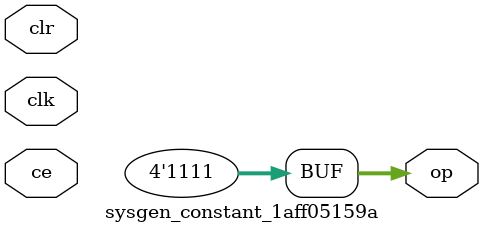
<source format=v>
module sysgen_constant_1aff05159a (
  output [(4 - 1):0] op,
  input clk,
  input ce,
  input clr);
  assign op = 4'b1111;
endmodule
</source>
